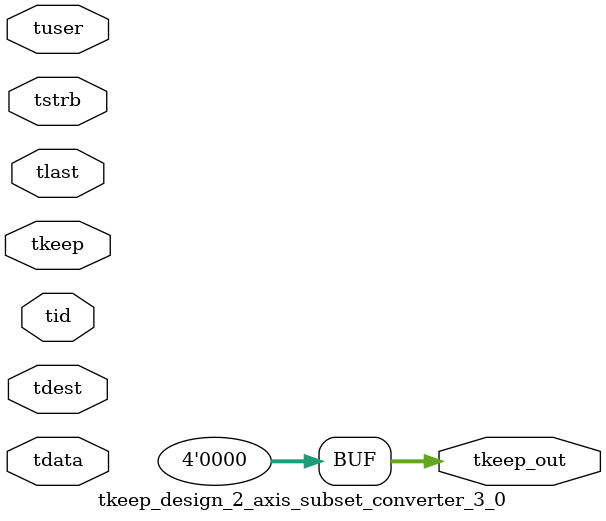
<source format=v>


`timescale 1ps/1ps

module tkeep_design_2_axis_subset_converter_3_0 #
(
parameter C_S_AXIS_TDATA_WIDTH = 32,
parameter C_S_AXIS_TUSER_WIDTH = 0,
parameter C_S_AXIS_TID_WIDTH   = 0,
parameter C_S_AXIS_TDEST_WIDTH = 0,
parameter C_M_AXIS_TDATA_WIDTH = 32
)
(
input  [(C_S_AXIS_TDATA_WIDTH == 0 ? 1 : C_S_AXIS_TDATA_WIDTH)-1:0     ] tdata,
input  [(C_S_AXIS_TUSER_WIDTH == 0 ? 1 : C_S_AXIS_TUSER_WIDTH)-1:0     ] tuser,
input  [(C_S_AXIS_TID_WIDTH   == 0 ? 1 : C_S_AXIS_TID_WIDTH)-1:0       ] tid,
input  [(C_S_AXIS_TDEST_WIDTH == 0 ? 1 : C_S_AXIS_TDEST_WIDTH)-1:0     ] tdest,
input  [(C_S_AXIS_TDATA_WIDTH/8)-1:0 ] tkeep,
input  [(C_S_AXIS_TDATA_WIDTH/8)-1:0 ] tstrb,
input                                                                    tlast,
output [(C_M_AXIS_TDATA_WIDTH/8)-1:0 ] tkeep_out
);

assign tkeep_out = {1'b0};

endmodule


</source>
